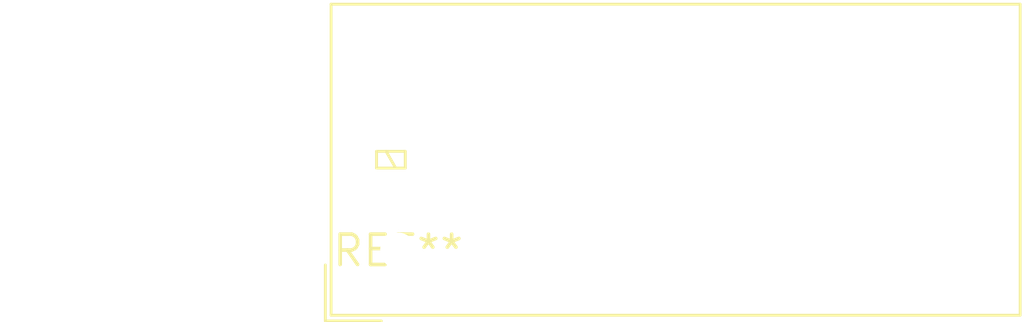
<source format=kicad_pcb>
(kicad_pcb (version 20240108) (generator pcbnew)
  (layers (0 "F.Cu" signal) (31 "B.Cu" signal) (34 "B.Paste" user) (35 "F.Paste" user) (36 "B.SilkS" user "B.Silkscreen") (37 "F.SilkS" user "F.Silkscreen") (38 "B.Mask" user) (39 "F.Mask" user) (44 "Edge.Cuts" user))
  (net 0 "")
  (footprint "Relay_SPDT_Panasonic_JW1_FormC" (layer "F.Cu") (at 0 0)
    (property "Reference" "REF**")
    (property "Value" "Relay_SPDT_Panasonic_JW1_FormC")
    (fp_line (start -3.04 2.94) (end -3.04 0.6) (layer "F.SilkS") (stroke (width 0.12)))
    (fp_line (start -2.8 -10.3) (end -2.8 2.7) (layer "F.SilkS") (stroke (width 0.12)))
    (fp_line (start -2.8 2.7) (end 26 2.7) (layer "F.SilkS") (stroke (width 0.12)))
    (fp_line (start -0.9 -4.15) (end -0.9 -3.45) (layer "F.SilkS") (stroke (width 0.12)))
    (fp_line (start -0.9 -3.45) (end 0.3 -3.45) (layer "F.SilkS") (stroke (width 0.12)))
    (fp_line (start -0.7 2.94) (end -3.04 2.94) (layer "F.SilkS") (stroke (width 0.12)))
    (fp_line (start -0.1 -3.45) (end -0.5 -4.15) (layer "F.SilkS") (stroke (width 0.12)))
    (fp_line (start 0.3 -4.15) (end -0.9 -4.15) (layer "F.SilkS") (stroke (width 0.12)))
    (fp_line (start 0.3 -3.45) (end 0.3 -4.15) (layer "F.SilkS") (stroke (width 0.12)))
    (fp_line (start 26 -10.3) (end -2.8 -10.3) (layer "F.SilkS") (stroke (width 0.12)))
    (fp_line (start 26 2.7) (end 26 -10.3) (layer "F.SilkS") (stroke (width 0.12)))
    (pad "1" thru_hole rect (at 0 0 90) (size 2.5 2.5) (drill 1.5) (layers *.Cu *.Mask) (remove_unused_layers))
    (pad "2" thru_hole oval (at 16.5 0 90) (size 2.5 2.5) (drill 1.5) (layers *.Cu *.Mask) (remove_unused_layers))
    (pad "4" thru_hole oval (at 23.5 0 90) (size 2.5 2.5) (drill 1.5) (layers *.Cu *.Mask) (remove_unused_layers))
    (pad "6" thru_hole oval (at 20 -7.6 90) (size 2.5 2.5) (drill 1.5) (layers *.Cu *.Mask) (remove_unused_layers))
    (pad "8" thru_hole oval (at 0 -7.6 90) (size 2.5 2.5) (drill 1.5) (layers *.Cu *.Mask) (remove_unused_layers))
  )
)
</source>
